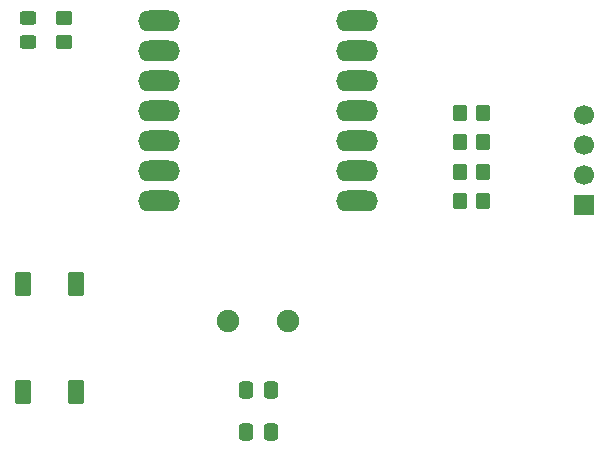
<source format=gbr>
%TF.GenerationSoftware,KiCad,Pcbnew,9.0.5*%
%TF.CreationDate,2026-02-02T17:22:04-08:00*%
%TF.ProjectId,Display device,44697370-6c61-4792-9064-65766963652e,rev?*%
%TF.SameCoordinates,Original*%
%TF.FileFunction,Soldermask,Top*%
%TF.FilePolarity,Negative*%
%FSLAX46Y46*%
G04 Gerber Fmt 4.6, Leading zero omitted, Abs format (unit mm)*
G04 Created by KiCad (PCBNEW 9.0.5) date 2026-02-02 17:22:04*
%MOMM*%
%LPD*%
G01*
G04 APERTURE LIST*
G04 Aperture macros list*
%AMRoundRect*
0 Rectangle with rounded corners*
0 $1 Rounding radius*
0 $2 $3 $4 $5 $6 $7 $8 $9 X,Y pos of 4 corners*
0 Add a 4 corners polygon primitive as box body*
4,1,4,$2,$3,$4,$5,$6,$7,$8,$9,$2,$3,0*
0 Add four circle primitives for the rounded corners*
1,1,$1+$1,$2,$3*
1,1,$1+$1,$4,$5*
1,1,$1+$1,$6,$7*
1,1,$1+$1,$8,$9*
0 Add four rect primitives between the rounded corners*
20,1,$1+$1,$2,$3,$4,$5,0*
20,1,$1+$1,$4,$5,$6,$7,0*
20,1,$1+$1,$6,$7,$8,$9,0*
20,1,$1+$1,$8,$9,$2,$3,0*%
G04 Aperture macros list end*
%ADD10R,1.700000X1.700000*%
%ADD11C,1.700000*%
%ADD12O,3.556000X1.778000*%
%ADD13C,1.905000*%
%ADD14RoundRect,0.250000X-0.450000X0.800000X-0.450000X-0.800000X0.450000X-0.800000X0.450000X0.800000X0*%
%ADD15RoundRect,0.250000X-0.350000X-0.450000X0.350000X-0.450000X0.350000X0.450000X-0.350000X0.450000X0*%
%ADD16RoundRect,0.250000X0.450000X-0.350000X0.450000X0.350000X-0.450000X0.350000X-0.450000X-0.350000X0*%
%ADD17RoundRect,0.250000X0.450000X-0.325000X0.450000X0.325000X-0.450000X0.325000X-0.450000X-0.325000X0*%
%ADD18RoundRect,0.250000X-0.337500X-0.475000X0.337500X-0.475000X0.337500X0.475000X-0.337500X0.475000X0*%
G04 APERTURE END LIST*
D10*
%TO.C,J1*%
X161000000Y-96810000D03*
D11*
X161000000Y-94270000D03*
X161000000Y-91730000D03*
X161000000Y-89190000D03*
%TD*%
D12*
%TO.C,U1*%
X125013000Y-81250000D03*
X125013000Y-83790000D03*
X125013000Y-86330000D03*
X125013000Y-88870000D03*
X125013000Y-91410000D03*
X125013000Y-93950000D03*
X125013000Y-96490000D03*
X141777000Y-96490000D03*
X141777000Y-93950000D03*
X141777000Y-91410000D03*
X141777000Y-88870000D03*
X141777000Y-86330000D03*
X141777000Y-83790000D03*
X141777000Y-81250000D03*
D13*
X130855000Y-106650000D03*
X135935000Y-106650000D03*
%TD*%
D14*
%TO.C,SW1*%
X118000000Y-103500000D03*
X118000000Y-112600000D03*
X113500000Y-103500000D03*
X113500000Y-112600000D03*
%TD*%
D15*
%TO.C,R5*%
X150500000Y-89000000D03*
X152500000Y-89000000D03*
%TD*%
%TO.C,R4*%
X150500000Y-91500000D03*
X152500000Y-91500000D03*
%TD*%
%TO.C,R3*%
X150500000Y-94000000D03*
X152500000Y-94000000D03*
%TD*%
%TO.C,R2*%
X150500000Y-96500000D03*
X152500000Y-96500000D03*
%TD*%
D16*
%TO.C,R1*%
X116975000Y-83000000D03*
X116975000Y-81000000D03*
%TD*%
D17*
%TO.C,D1*%
X113975000Y-83025000D03*
X113975000Y-80975000D03*
%TD*%
D18*
%TO.C,C2*%
X132425000Y-116000000D03*
X134500000Y-116000000D03*
%TD*%
%TO.C,C1*%
X132425000Y-112500000D03*
X134500000Y-112500000D03*
%TD*%
M02*

</source>
